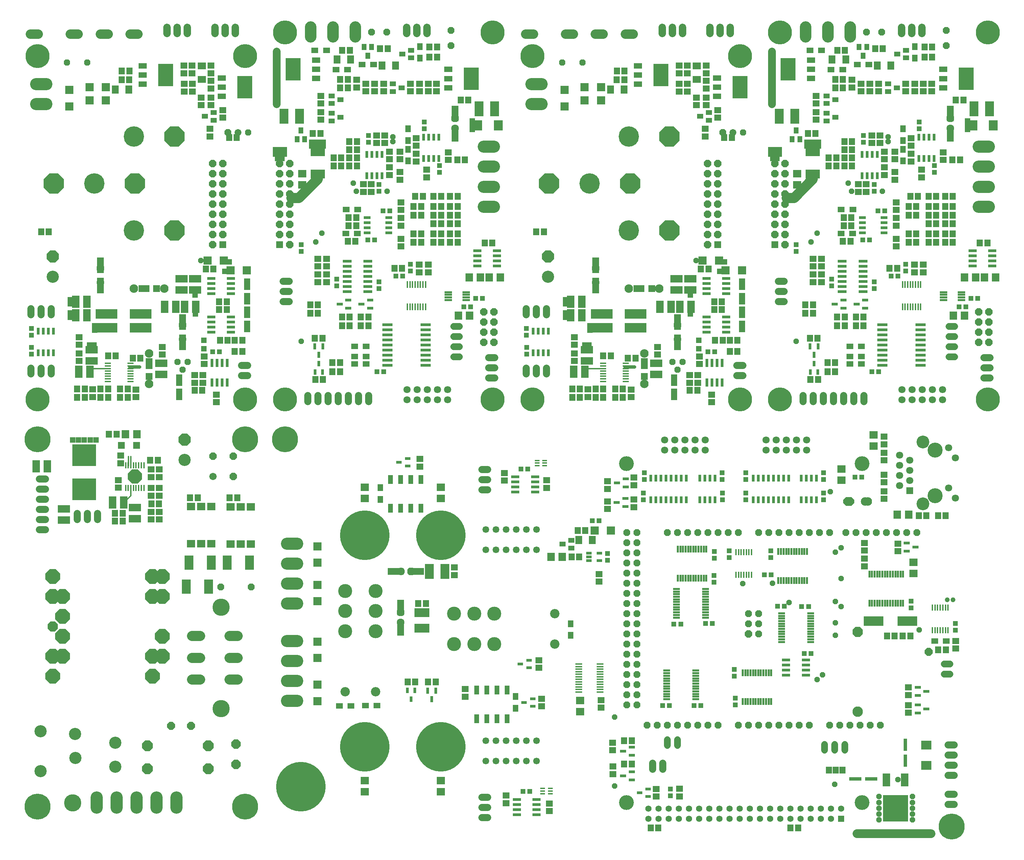
<source format=gts>
G75*
G70*
%OFA0B0*%
%FSLAX24Y24*%
%IPPOS*%
%LPD*%
%AMOC8*
5,1,8,0,0,1.08239X$1,22.5*
%
%ADD10C,0.1000*%
%ADD11C,0.0760*%
%ADD12C,0.0120*%
%ADD13C,0.0320*%
%ADD14C,0.0140*%
%ADD15C,0.0860*%
%ADD16R,0.0661X0.0819*%
%ADD17R,0.0512X0.0472*%
%ADD18R,0.0693X0.0614*%
%ADD19R,0.0614X0.0693*%
%ADD20R,0.0756X0.0835*%
%ADD21R,0.0718X0.0228*%
%ADD22R,0.0165X0.0657*%
%ADD23R,0.1044X0.0264*%
%ADD24C,0.0712*%
%ADD25R,0.0472X0.0512*%
%ADD26C,0.1200*%
%ADD27OC8,0.0712*%
%ADD28C,0.0672*%
%ADD29C,0.0712*%
%ADD30C,0.1134*%
%ADD31R,0.0567X0.0685*%
%ADD32R,0.0685X0.0567*%
%ADD33OC8,0.0672*%
%ADD34R,0.0898X0.1488*%
%ADD35R,0.0913X0.0283*%
%ADD36R,0.0840X0.0540*%
%ADD37R,0.1450X0.2200*%
%ADD38OC8,0.0523*%
%ADD39R,0.0283X0.0657*%
%ADD40R,0.0472X0.0630*%
%ADD41R,0.0657X0.0283*%
%ADD42R,0.0630X0.0472*%
%ADD43R,0.1402X0.0850*%
%ADD44R,0.0644X0.0264*%
%ADD45R,0.0264X0.0644*%
%ADD46R,0.0264X0.0564*%
%ADD47R,0.0835X0.0756*%
%ADD48OC8,0.0756*%
%ADD49C,0.0756*%
%ADD50R,0.0661X0.1528*%
%ADD51C,0.0720*%
%ADD52R,0.0712X0.0712*%
%ADD53R,0.0824X0.0264*%
%ADD54R,0.0850X0.1008*%
%ADD55R,0.2126X0.0945*%
%ADD56R,0.0756X0.1189*%
%ADD57R,0.0618X0.0618*%
%ADD58C,0.0921*%
%ADD59R,0.1189X0.0756*%
%ADD60OC8,0.0624*%
%ADD61R,0.0843X0.0803*%
%ADD62R,0.0819X0.0661*%
%ADD63R,0.0803X0.0843*%
%ADD64OC8,0.0840*%
%ADD65OC8,0.0780*%
%ADD66C,0.2010*%
%ADD67OC8,0.2010*%
%ADD68R,0.0264X0.0824*%
%ADD69R,0.0567X0.0567*%
%ADD70C,0.1200*%
%ADD71OC8,0.1200*%
%ADD72C,0.0840*%
%ADD73R,0.0661X0.0661*%
%ADD74R,0.0709X0.1063*%
%ADD75R,0.1063X0.0709*%
%ADD76R,0.0614X0.1126*%
%ADD77C,0.0618*%
%ADD78OC8,0.0618*%
%ADD79R,0.0588X0.0168*%
%ADD80C,0.0672*%
%ADD81C,0.0720*%
%ADD82OC8,0.0720*%
%ADD83R,0.0168X0.0588*%
%ADD84R,0.0960X0.0960*%
%ADD85OC8,0.1381*%
%ADD86R,0.2365X0.2169*%
%ADD87OC8,0.0792*%
%ADD88OC8,0.1450*%
%ADD89OC8,0.1032*%
%ADD90OC8,0.1062*%
%ADD91R,0.0756X0.0836*%
%ADD92C,0.0990*%
%ADD93R,0.0850X0.1402*%
%ADD94OC8,0.0912*%
%ADD95C,0.1702*%
%ADD96R,0.0820X0.0718*%
%ADD97R,0.0472X0.0866*%
%ADD98R,0.0658X0.0168*%
%ADD99R,0.0564X0.0264*%
%ADD100R,0.1008X0.0850*%
%ADD101C,0.4885*%
%ADD102C,0.1460*%
%ADD103R,0.2483X0.2641*%
%ADD104R,0.0756X0.1307*%
%ADD105R,0.1190X0.0360*%
%ADD106R,0.0288X0.0658*%
%ADD107C,0.0476*%
%ADD108R,0.0168X0.0608*%
%ADD109R,0.0204X0.0684*%
%ADD110R,0.1929X0.0945*%
%ADD111R,0.0488X0.0168*%
%ADD112C,0.1480*%
%ADD113C,0.1263*%
%ADD114R,0.1488X0.0898*%
%ADD115R,0.0684X0.0204*%
%ADD116R,0.0360X0.1190*%
%ADD117R,0.1528X0.0661*%
%ADD118C,0.1032*%
%ADD119OC8,0.0665*%
%ADD120C,0.0665*%
%ADD121R,0.0544X0.0264*%
%ADD122C,0.1381*%
%ADD123C,0.0921*%
%ADD124OC8,0.0523*%
%ADD125R,0.0523X0.0523*%
%ADD126C,0.2365*%
%ADD127C,0.2562*%
%ADD128C,0.1700*%
D10*
X030442Y066851D02*
X031167Y066851D01*
X033017Y068701D01*
X033017Y069051D01*
X079261Y066851D02*
X079986Y066851D01*
X081836Y068701D01*
X081836Y069051D01*
D11*
X077786Y076126D02*
X077786Y081301D01*
X028967Y081301D02*
X028967Y076126D01*
D12*
X012307Y050026D02*
X010757Y050026D01*
X014607Y038219D02*
X014607Y037469D01*
X014207Y037069D01*
X059576Y050026D02*
X061126Y050026D01*
D13*
X063326Y050176D02*
X064276Y050176D01*
X015457Y050176D02*
X014507Y050176D01*
D14*
X014582Y041344D02*
X014582Y040394D01*
X014357Y040419D02*
X014357Y041344D01*
D15*
X086206Y004150D02*
X093481Y004150D01*
D16*
X060100Y033100D03*
X058761Y033100D03*
X061882Y077551D03*
X063221Y077551D03*
X083741Y080526D03*
X085080Y080526D03*
X088191Y079926D03*
X089530Y079926D03*
X040711Y079926D03*
X039373Y079926D03*
X036261Y080526D03*
X034923Y080526D03*
X014402Y077551D03*
X013063Y077551D03*
D17*
X031392Y062261D03*
X031392Y061592D03*
X037957Y062726D03*
X038626Y062726D03*
X039457Y065576D03*
X040126Y065576D03*
X040732Y059151D03*
X041401Y059151D03*
X047432Y056126D03*
X048101Y056126D03*
X048607Y056951D03*
X049276Y056951D03*
X039526Y049701D03*
X038857Y049701D03*
X053071Y040125D03*
X053740Y040125D03*
X071492Y051676D03*
X072161Y051676D03*
X080211Y061592D03*
X080211Y062261D03*
X086776Y062726D03*
X087445Y062726D03*
X088276Y065576D03*
X088945Y065576D03*
X089551Y059151D03*
X090220Y059151D03*
X096251Y056126D03*
X096920Y056126D03*
X097426Y056951D03*
X098095Y056951D03*
X088345Y049701D03*
X087676Y049701D03*
X077740Y029675D03*
X077071Y029675D03*
X078371Y026575D03*
X079040Y026575D03*
X080746Y026550D03*
X081415Y026550D03*
X081665Y021925D03*
X080996Y021925D03*
X071940Y024875D03*
X071271Y024875D03*
X068815Y024825D03*
X068146Y024825D03*
X067690Y016775D03*
X067021Y016775D03*
X070121Y016775D03*
X070790Y016775D03*
X053940Y008300D03*
X053271Y008300D03*
X023342Y051676D03*
X022673Y051676D03*
D18*
X021832Y051225D03*
X021832Y050477D03*
X021682Y049375D03*
X021682Y048627D03*
X020882Y048627D03*
X020882Y049375D03*
X023032Y047450D03*
X023032Y046702D03*
X017707Y051402D03*
X017707Y052150D03*
X015107Y047950D03*
X015107Y047202D03*
X010832Y047227D03*
X010832Y047975D03*
X009507Y050777D03*
X009507Y051525D03*
X009507Y052377D03*
X009507Y053125D03*
X013582Y041443D03*
X013582Y040695D03*
X013357Y039018D03*
X013357Y038270D03*
X016607Y038243D03*
X016607Y037495D03*
X017382Y037495D03*
X017382Y038243D03*
X017382Y039320D03*
X017382Y040068D03*
X016607Y040068D03*
X016607Y039320D03*
X016607Y035893D03*
X016607Y035145D03*
X017382Y035145D03*
X017382Y035893D03*
X043081Y040351D03*
X043081Y041099D03*
X051431Y039724D03*
X051431Y038976D03*
X055606Y038999D03*
X055606Y038251D03*
X061606Y038151D03*
X061606Y038899D03*
X061606Y036924D03*
X061606Y036176D03*
X064206Y036351D03*
X064206Y037099D03*
X064206Y038526D03*
X064206Y039274D03*
X071851Y046702D03*
X071851Y047450D03*
X070501Y048627D03*
X070501Y049375D03*
X069701Y049375D03*
X069701Y048627D03*
X070651Y050477D03*
X070651Y051225D03*
X066526Y051402D03*
X066526Y052150D03*
X063926Y047950D03*
X063926Y047202D03*
X059651Y047227D03*
X059651Y047975D03*
X058326Y050777D03*
X058326Y051525D03*
X058326Y052377D03*
X058326Y053125D03*
X043917Y059527D03*
X043917Y060275D03*
X043042Y060275D03*
X043042Y059527D03*
X041242Y062077D03*
X041242Y062825D03*
X041242Y064127D03*
X041242Y064875D03*
X041242Y065672D03*
X041242Y066420D03*
X041117Y068652D03*
X041117Y069400D03*
X040092Y069127D03*
X040092Y069875D03*
X040092Y070677D03*
X040092Y071425D03*
X039636Y072271D03*
X039636Y073019D03*
X038830Y073025D03*
X038830Y072277D03*
X041118Y071429D03*
X041118Y070681D03*
X042717Y070452D03*
X042717Y071200D03*
X042717Y072002D03*
X042717Y072750D03*
X045892Y071350D03*
X045892Y070602D03*
X043760Y069646D03*
X043760Y068898D03*
X038292Y068200D03*
X038292Y067452D03*
X037523Y067452D03*
X037523Y068200D03*
X033342Y074577D03*
X033342Y075325D03*
X033342Y076177D03*
X033342Y076925D03*
X036867Y077752D03*
X036867Y078500D03*
X037767Y078125D03*
X037767Y077377D03*
X038642Y077377D03*
X038642Y078125D03*
X039517Y078125D03*
X039517Y077377D03*
X042167Y077377D03*
X042167Y078125D03*
X043067Y078125D03*
X043067Y077377D03*
X043917Y077377D03*
X043917Y078125D03*
X044742Y078125D03*
X044742Y077377D03*
X033892Y060850D03*
X033892Y060102D03*
X033892Y059300D03*
X033892Y058552D03*
X033042Y058552D03*
X033042Y059300D03*
X033042Y060102D03*
X033042Y060850D03*
X022407Y072927D03*
X022407Y073675D03*
X023657Y074777D03*
X023657Y075525D03*
X022507Y076002D03*
X022507Y076750D03*
X022507Y077652D03*
X022507Y078400D03*
X022507Y079152D03*
X022507Y079900D03*
X020632Y079900D03*
X020632Y079152D03*
X019832Y079152D03*
X019832Y079900D03*
X019857Y078100D03*
X019857Y077352D03*
X020657Y077352D03*
X020657Y078100D03*
X021532Y076750D03*
X021532Y076002D03*
X068676Y077352D03*
X068676Y078100D03*
X069476Y078100D03*
X069476Y077352D03*
X070351Y076750D03*
X070351Y076002D03*
X071326Y076002D03*
X071326Y076750D03*
X071326Y077652D03*
X071326Y078400D03*
X071326Y079152D03*
X071326Y079900D03*
X069451Y079900D03*
X069451Y079152D03*
X068651Y079152D03*
X068651Y079900D03*
X072476Y075525D03*
X072476Y074777D03*
X071226Y073675D03*
X071226Y072927D03*
X082161Y074577D03*
X082161Y075325D03*
X082161Y076177D03*
X082161Y076925D03*
X085686Y077752D03*
X085686Y078500D03*
X086586Y078125D03*
X086586Y077377D03*
X087461Y077377D03*
X087461Y078125D03*
X088336Y078125D03*
X088336Y077377D03*
X090986Y077377D03*
X090986Y078125D03*
X091886Y078125D03*
X091886Y077377D03*
X092736Y077377D03*
X092736Y078125D03*
X093561Y078125D03*
X093561Y077377D03*
X091536Y072750D03*
X091536Y072002D03*
X091536Y071200D03*
X091536Y070452D03*
X092579Y069646D03*
X092579Y068898D03*
X089936Y068652D03*
X089936Y069400D03*
X088911Y069127D03*
X088911Y069875D03*
X088911Y070677D03*
X088911Y071425D03*
X088455Y072271D03*
X088455Y073019D03*
X087649Y073025D03*
X087649Y072277D03*
X089937Y071429D03*
X089937Y070681D03*
X087111Y068200D03*
X087111Y067452D03*
X086342Y067452D03*
X086342Y068200D03*
X090061Y066420D03*
X090061Y065672D03*
X090061Y064875D03*
X090061Y064127D03*
X090061Y062825D03*
X090061Y062077D03*
X091861Y060275D03*
X091861Y059527D03*
X092736Y059527D03*
X092736Y060275D03*
X082711Y060102D03*
X082711Y060850D03*
X081861Y060850D03*
X081861Y060102D03*
X081861Y059300D03*
X081861Y058552D03*
X082711Y058552D03*
X082711Y059300D03*
X094711Y070602D03*
X094711Y071350D03*
X088856Y043299D03*
X088856Y042551D03*
X088856Y041724D03*
X088856Y040976D03*
X088856Y039549D03*
X088856Y038801D03*
X088856Y037924D03*
X088856Y037176D03*
X090231Y032749D03*
X090231Y032001D03*
X086931Y032076D03*
X086931Y032824D03*
X086931Y031274D03*
X086931Y030526D03*
X095931Y023149D03*
X095931Y022401D03*
X091256Y018574D03*
X091256Y017826D03*
X091256Y016824D03*
X091256Y016076D03*
X068706Y008574D03*
X068706Y007826D03*
X066406Y007801D03*
X066406Y008549D03*
X062131Y010026D03*
X062131Y010774D03*
X062106Y012376D03*
X062106Y013124D03*
X060956Y016578D03*
X060956Y017326D03*
X055081Y017449D03*
X055081Y016701D03*
X054831Y020501D03*
X054831Y021249D03*
X047556Y018399D03*
X047556Y017651D03*
X051581Y007899D03*
X051581Y007151D03*
X055856Y007124D03*
X055856Y006376D03*
X060756Y029001D03*
X060756Y029749D03*
X046481Y029651D03*
X046481Y030399D03*
D19*
X043680Y026850D03*
X042932Y026850D03*
X042630Y019125D03*
X041882Y019125D03*
X043907Y019110D03*
X044655Y019110D03*
X058057Y031450D03*
X058805Y031450D03*
X058657Y034050D03*
X059405Y034050D03*
X058875Y047176D03*
X058127Y047176D03*
X058127Y048001D03*
X058875Y048001D03*
X060427Y048001D03*
X061175Y048001D03*
X061175Y047176D03*
X060427Y047176D03*
X062352Y047176D03*
X063100Y047176D03*
X063100Y048001D03*
X062352Y048001D03*
X063602Y051051D03*
X064350Y051051D03*
X061925Y051276D03*
X061177Y051276D03*
X069702Y047876D03*
X070450Y047876D03*
X073652Y051726D03*
X074400Y051726D03*
X074400Y052826D03*
X073652Y052826D03*
X072950Y052826D03*
X072202Y052826D03*
X072127Y055851D03*
X072875Y055851D03*
X072875Y056626D03*
X072127Y056626D03*
X071550Y059851D03*
X070802Y059851D03*
X081112Y056326D03*
X081860Y056326D03*
X081860Y055476D03*
X081112Y055476D03*
X081562Y053026D03*
X082310Y053026D03*
X084237Y054251D03*
X084985Y054251D03*
X084985Y055101D03*
X084237Y055101D03*
X086087Y055101D03*
X086835Y055101D03*
X086835Y054251D03*
X086087Y054251D03*
X084035Y050601D03*
X083287Y050601D03*
X083287Y049726D03*
X084035Y049726D03*
X082360Y048951D03*
X081612Y048951D03*
X089412Y059926D03*
X090160Y059926D03*
X091287Y062476D03*
X092035Y062476D03*
X092035Y063326D03*
X091287Y063326D03*
X091287Y065151D03*
X092035Y065151D03*
X092035Y066001D03*
X091287Y066001D03*
X091462Y067001D03*
X092210Y067001D03*
X093262Y067001D03*
X094010Y067001D03*
X094887Y067001D03*
X095635Y067001D03*
X095635Y066001D03*
X094887Y066001D03*
X094887Y065151D03*
X095635Y065151D03*
X095635Y064306D03*
X094887Y064306D03*
X094010Y064306D03*
X093262Y064306D03*
X093262Y065151D03*
X094010Y065151D03*
X094010Y066002D03*
X093262Y066002D03*
X093262Y063326D03*
X094010Y063326D03*
X094010Y062476D03*
X093262Y062476D03*
X094887Y062476D03*
X095635Y062476D03*
X095635Y063326D03*
X094887Y063326D03*
X098312Y062401D03*
X099060Y062401D03*
X096360Y070601D03*
X095612Y070601D03*
X095937Y076501D03*
X096685Y076501D03*
X093610Y080751D03*
X092862Y080751D03*
X092862Y081751D03*
X093610Y081751D03*
X088735Y081576D03*
X087987Y081576D03*
X085010Y081426D03*
X084262Y081426D03*
X084062Y078551D03*
X084810Y078551D03*
X084810Y077726D03*
X084062Y077726D03*
X082110Y073201D03*
X081362Y073201D03*
X083412Y070826D03*
X084160Y070826D03*
X084962Y070826D03*
X085710Y070826D03*
X085710Y071626D03*
X084962Y071626D03*
X084962Y072426D03*
X085710Y072426D03*
X085710Y070001D03*
X084962Y070001D03*
X084160Y070001D03*
X083412Y070001D03*
X084887Y064901D03*
X085635Y064901D03*
X085635Y064126D03*
X084887Y064126D03*
X084812Y062576D03*
X085560Y062576D03*
X073850Y072826D03*
X073102Y072826D03*
X063250Y078501D03*
X062502Y078501D03*
X062527Y079376D03*
X063275Y079376D03*
X047866Y076501D03*
X047118Y076501D03*
X044791Y080751D03*
X044043Y080751D03*
X044043Y081751D03*
X044791Y081751D03*
X039916Y081576D03*
X039168Y081576D03*
X036191Y081426D03*
X035443Y081426D03*
X035243Y078551D03*
X035991Y078551D03*
X035991Y077726D03*
X035243Y077726D03*
X033291Y073201D03*
X032543Y073201D03*
X034593Y070826D03*
X035341Y070826D03*
X036143Y070826D03*
X036891Y070826D03*
X036891Y071626D03*
X036143Y071626D03*
X036143Y072426D03*
X036891Y072426D03*
X036891Y070001D03*
X036143Y070001D03*
X035341Y070001D03*
X034593Y070001D03*
X036068Y064901D03*
X036816Y064901D03*
X036816Y064126D03*
X036068Y064126D03*
X035993Y062576D03*
X036741Y062576D03*
X040593Y059926D03*
X041341Y059926D03*
X042468Y062476D03*
X043216Y062476D03*
X043216Y063326D03*
X042468Y063326D03*
X042468Y065151D03*
X043216Y065151D03*
X043216Y066001D03*
X042468Y066001D03*
X042643Y067001D03*
X043391Y067001D03*
X044443Y067001D03*
X045191Y067001D03*
X046068Y067001D03*
X046816Y067001D03*
X046816Y066001D03*
X046068Y066001D03*
X046068Y065151D03*
X046816Y065151D03*
X046816Y064306D03*
X046068Y064306D03*
X045191Y064306D03*
X044443Y064306D03*
X044443Y065151D03*
X045191Y065151D03*
X045191Y066002D03*
X044443Y066002D03*
X044443Y063326D03*
X045191Y063326D03*
X045191Y062476D03*
X044443Y062476D03*
X046068Y062476D03*
X046816Y062476D03*
X046816Y063326D03*
X046068Y063326D03*
X049493Y062401D03*
X050241Y062401D03*
X054577Y063526D03*
X055325Y063526D03*
X047541Y070601D03*
X046793Y070601D03*
X033041Y056326D03*
X032293Y056326D03*
X032293Y055476D03*
X033041Y055476D03*
X035418Y055101D03*
X036166Y055101D03*
X036166Y054251D03*
X035418Y054251D03*
X037268Y054251D03*
X038016Y054251D03*
X038016Y055101D03*
X037268Y055101D03*
X033491Y053026D03*
X032743Y053026D03*
X034468Y050601D03*
X035216Y050601D03*
X035216Y049726D03*
X034468Y049726D03*
X033541Y048951D03*
X032793Y048951D03*
X025581Y051726D03*
X024833Y051726D03*
X024833Y052826D03*
X024131Y052826D03*
X023383Y052826D03*
X025581Y052826D03*
X024056Y055851D03*
X023308Y055851D03*
X023308Y056626D03*
X024056Y056626D03*
X022731Y059851D03*
X021983Y059851D03*
X015531Y051051D03*
X014783Y051051D03*
X013106Y051276D03*
X012358Y051276D03*
X012356Y048001D03*
X011608Y048001D03*
X011608Y047176D03*
X012356Y047176D03*
X013533Y047176D03*
X014281Y047176D03*
X014281Y048001D03*
X013533Y048001D03*
X010056Y048001D03*
X009308Y048001D03*
X009308Y047176D03*
X010056Y047176D03*
X012433Y043544D03*
X013181Y043544D03*
X016508Y040969D03*
X017256Y040969D03*
X017371Y036694D03*
X016623Y036694D03*
X013781Y035744D03*
X013033Y035744D03*
X013033Y034969D03*
X013781Y034969D03*
X020433Y037294D03*
X021181Y037294D03*
X024333Y037294D03*
X025081Y037294D03*
X021631Y047876D03*
X020883Y047876D03*
X006506Y063526D03*
X005758Y063526D03*
X013683Y078501D03*
X014431Y078501D03*
X014456Y079376D03*
X013708Y079376D03*
X024283Y072826D03*
X025031Y072826D03*
X089157Y023650D03*
X089905Y023650D03*
X090707Y023650D03*
X091455Y023650D03*
X094207Y022275D03*
X094955Y022275D03*
X084775Y010400D03*
X084106Y010400D03*
X083436Y010400D03*
X080380Y004700D03*
X079632Y004700D03*
X066605Y004725D03*
X065857Y004725D03*
X063980Y011000D03*
X063232Y011000D03*
X063232Y013325D03*
X063980Y013325D03*
X092282Y035525D03*
X093030Y035525D03*
X094182Y035525D03*
X094930Y035525D03*
D20*
X091282Y035600D03*
X090179Y035600D03*
X095710Y055251D03*
X096812Y055251D03*
X096785Y059001D03*
X097887Y059001D03*
X098760Y059001D03*
X099862Y059001D03*
X051043Y059001D03*
X049941Y059001D03*
X049068Y059001D03*
X047966Y059001D03*
X047993Y055251D03*
X046891Y055251D03*
D21*
X047672Y056796D03*
X047672Y057046D03*
X047672Y057306D03*
X047672Y057556D03*
X045912Y057556D03*
X045912Y057306D03*
X045912Y057046D03*
X045912Y056796D03*
X094731Y056796D03*
X094731Y057046D03*
X094731Y057306D03*
X094731Y057556D03*
X096491Y057556D03*
X096491Y057306D03*
X096491Y057046D03*
X096491Y056796D03*
D22*
X092472Y056124D03*
X092216Y056124D03*
X091960Y056124D03*
X091704Y056124D03*
X091448Y056124D03*
X091192Y056124D03*
X090936Y056124D03*
X090680Y056124D03*
X090680Y058329D03*
X090936Y058329D03*
X091192Y058329D03*
X091448Y058329D03*
X091704Y058329D03*
X091960Y058329D03*
X092216Y058329D03*
X092472Y058329D03*
X043653Y058329D03*
X043397Y058329D03*
X043141Y058329D03*
X042885Y058329D03*
X042629Y058329D03*
X042373Y058329D03*
X042117Y058329D03*
X041861Y058329D03*
X041861Y056124D03*
X042117Y056124D03*
X042373Y056124D03*
X042629Y056124D03*
X042885Y056124D03*
X043141Y056124D03*
X043397Y056124D03*
X043653Y056124D03*
D23*
X043647Y054351D03*
X043647Y053851D03*
X043647Y053351D03*
X043647Y052851D03*
X043647Y052351D03*
X043647Y051851D03*
X043647Y051351D03*
X043647Y050851D03*
X043647Y050351D03*
X039887Y050351D03*
X039887Y050851D03*
X039887Y051351D03*
X039887Y051851D03*
X039887Y052351D03*
X039887Y052851D03*
X039887Y053351D03*
X039887Y053851D03*
X039887Y054351D03*
X088706Y054351D03*
X088706Y053851D03*
X088706Y053351D03*
X088706Y052851D03*
X088706Y052351D03*
X088706Y051851D03*
X088706Y051351D03*
X088706Y050851D03*
X088706Y050351D03*
X092466Y050351D03*
X092466Y050851D03*
X092466Y051351D03*
X092466Y051851D03*
X092466Y052351D03*
X092466Y052851D03*
X092466Y053351D03*
X092466Y053851D03*
X092466Y054351D03*
D24*
X092636Y047951D03*
X093636Y047951D03*
X094636Y047951D03*
X094636Y046951D03*
X093636Y046951D03*
X092636Y046951D03*
X091636Y046951D03*
X091636Y047951D03*
X090636Y047951D03*
X090636Y046951D03*
X095236Y042215D03*
X095906Y041215D03*
X095236Y038235D03*
X095906Y037235D03*
X091406Y038975D03*
X090406Y038475D03*
X090406Y039475D03*
X090406Y040475D03*
X090406Y041475D03*
X091406Y040975D03*
X091406Y039975D03*
X081231Y041975D03*
X081231Y042975D03*
X080231Y042975D03*
X080231Y041975D03*
X079231Y041975D03*
X079231Y042975D03*
X078231Y042975D03*
X078231Y041975D03*
X077231Y041975D03*
X077231Y042975D03*
X071231Y042975D03*
X071231Y041975D03*
X070231Y041975D03*
X070231Y042975D03*
X069231Y042975D03*
X069231Y041975D03*
X068231Y041975D03*
X068231Y042975D03*
X067231Y042975D03*
X067231Y041975D03*
X045817Y046951D03*
X045817Y047951D03*
X044817Y047951D03*
X044817Y046951D03*
X043817Y046951D03*
X043817Y047951D03*
X042817Y047951D03*
X042817Y046951D03*
X041817Y046951D03*
X041817Y047951D03*
D25*
X053626Y051442D03*
X053626Y052111D03*
X053601Y053317D03*
X053601Y053986D03*
X042167Y059642D03*
X042167Y060311D03*
X039067Y058586D03*
X039067Y057917D03*
X034892Y058167D03*
X034892Y058836D03*
X039067Y067517D03*
X039067Y068186D03*
X038017Y072342D03*
X038017Y073011D03*
X043517Y073667D03*
X043517Y074336D03*
X045017Y070061D03*
X045017Y069392D03*
X065231Y039760D03*
X065231Y039091D03*
X065131Y037760D03*
X065131Y037091D03*
X060765Y035000D03*
X060096Y035000D03*
X061581Y031785D03*
X061581Y031116D03*
X072131Y031311D03*
X072131Y031980D03*
X073581Y032035D03*
X073581Y031366D03*
X072106Y029615D03*
X072106Y028946D03*
X077681Y031366D03*
X077681Y032035D03*
X075231Y037091D03*
X075231Y037760D03*
X075231Y039091D03*
X075231Y039760D03*
X072906Y039760D03*
X072906Y039091D03*
X072931Y037760D03*
X072931Y037091D03*
X082906Y037091D03*
X082906Y037760D03*
X082906Y039091D03*
X082906Y039760D03*
X085996Y039300D03*
X086665Y039300D03*
X091531Y027085D03*
X091531Y026416D03*
X095906Y024885D03*
X095906Y024216D03*
X074106Y020360D03*
X074106Y019691D03*
X074181Y017510D03*
X074181Y016841D03*
X067806Y008535D03*
X067806Y007866D03*
X083711Y058167D03*
X083711Y058836D03*
X087886Y058586D03*
X087886Y057917D03*
X090986Y059642D03*
X090986Y060311D03*
X087886Y067517D03*
X087886Y068186D03*
X086836Y072342D03*
X086836Y073011D03*
X092336Y073667D03*
X092336Y074336D03*
X093836Y070061D03*
X093836Y069392D03*
X004782Y053986D03*
X004782Y053317D03*
X004807Y052111D03*
X004807Y051442D03*
D26*
X029981Y032750D02*
X030981Y032750D01*
X030981Y030782D02*
X029981Y030782D01*
X029981Y028813D02*
X030981Y028813D01*
X030981Y026845D02*
X029981Y026845D01*
X029981Y023150D02*
X030981Y023150D01*
X030981Y021182D02*
X029981Y021182D01*
X029981Y019213D02*
X030981Y019213D01*
X030981Y017245D02*
X029981Y017245D01*
X019111Y007726D02*
X019111Y006726D01*
X017142Y006726D02*
X017142Y007726D01*
X015174Y007726D02*
X015174Y006726D01*
X013205Y006726D02*
X013205Y007726D01*
X011237Y007726D02*
X011237Y006726D01*
X049392Y065996D02*
X050392Y065996D01*
X050392Y067964D02*
X049392Y067964D01*
X049392Y069933D02*
X050392Y069933D01*
X050392Y071901D02*
X049392Y071901D01*
X054096Y076104D02*
X055096Y076104D01*
X055096Y078073D02*
X054096Y078073D01*
X098211Y071901D02*
X099211Y071901D01*
X099211Y069933D02*
X098211Y069933D01*
X098211Y067964D02*
X099211Y067964D01*
X099211Y065996D02*
X098211Y065996D01*
X006277Y076104D02*
X005277Y076104D01*
X005277Y078073D02*
X006277Y078073D01*
D27*
X022657Y070251D03*
X022657Y069251D03*
X022657Y068251D03*
X022657Y067251D03*
X023657Y067251D03*
X023657Y068251D03*
X023657Y069251D03*
X023657Y070251D03*
X023657Y066251D03*
X022657Y066251D03*
X022657Y065251D03*
X022657Y064251D03*
X022657Y063251D03*
X022657Y062251D03*
X023657Y063251D03*
X023657Y064251D03*
X023657Y065251D03*
X029267Y065251D03*
X030267Y065251D03*
X030267Y064251D03*
X030267Y063251D03*
X030267Y062251D03*
X029267Y063251D03*
X029267Y064251D03*
X029267Y066251D03*
X030267Y066251D03*
X030267Y067251D03*
X030267Y068251D03*
X030267Y069251D03*
X030267Y070251D03*
X029267Y070251D03*
X029267Y069251D03*
X029267Y068251D03*
X029267Y067251D03*
X049392Y055626D03*
X050392Y055626D03*
X050392Y054626D03*
X050392Y053626D03*
X049392Y053626D03*
X049392Y054626D03*
X049392Y052626D03*
X050392Y052626D03*
X071476Y062251D03*
X071476Y063251D03*
X071476Y064251D03*
X071476Y065251D03*
X071476Y066251D03*
X072476Y066251D03*
X072476Y065251D03*
X072476Y064251D03*
X072476Y063251D03*
X072476Y067251D03*
X071476Y067251D03*
X071476Y068251D03*
X071476Y069251D03*
X071476Y070251D03*
X072476Y070251D03*
X072476Y069251D03*
X072476Y068251D03*
X078086Y068251D03*
X079086Y068251D03*
X079086Y067251D03*
X078086Y067251D03*
X078086Y066251D03*
X079086Y066251D03*
X079086Y065251D03*
X079086Y064251D03*
X079086Y063251D03*
X079086Y062251D03*
X078086Y063251D03*
X078086Y064251D03*
X078086Y065251D03*
X078086Y069251D03*
X079086Y069251D03*
X079086Y070251D03*
X078086Y070251D03*
X098211Y055626D03*
X099211Y055626D03*
X099211Y054626D03*
X099211Y053626D03*
X098211Y053626D03*
X098211Y054626D03*
X098211Y052626D03*
X099211Y052626D03*
D28*
X095816Y052176D02*
X095256Y052176D01*
X095256Y051176D02*
X095816Y051176D01*
X095816Y053176D02*
X095256Y053176D01*
X095256Y054176D02*
X095816Y054176D01*
X095361Y020875D02*
X094801Y020875D01*
X094801Y019875D02*
X095361Y019875D01*
X084981Y012955D02*
X084981Y012395D01*
X083981Y012395D02*
X083981Y012955D01*
X082981Y012955D02*
X082981Y012395D01*
X068481Y012845D02*
X068481Y013405D01*
X067481Y013405D02*
X067481Y012845D01*
X046997Y051176D02*
X046437Y051176D01*
X046437Y052176D02*
X046997Y052176D01*
X046997Y053176D02*
X046437Y053176D01*
X046437Y054176D02*
X046997Y054176D01*
D29*
X049870Y051101D02*
X050464Y051101D01*
X050464Y050101D02*
X049870Y050101D01*
X049870Y049101D02*
X050464Y049101D01*
X053551Y049504D02*
X053551Y050098D01*
X054551Y050098D02*
X054551Y049504D01*
X055551Y049504D02*
X055551Y050098D01*
X055551Y055354D02*
X055551Y055948D01*
X054551Y055948D02*
X054551Y055354D01*
X053551Y055354D02*
X053551Y055948D01*
X038042Y047373D02*
X038042Y046779D01*
X037042Y046779D02*
X037042Y047373D01*
X036042Y047373D02*
X036042Y046779D01*
X035042Y046779D02*
X035042Y047373D01*
X034042Y047373D02*
X034042Y046779D01*
X033042Y046779D02*
X033042Y047373D01*
X032042Y047373D02*
X032042Y046779D01*
X026104Y049351D02*
X025510Y049351D01*
X025510Y050351D02*
X026104Y050351D01*
X029595Y056651D02*
X030189Y056651D01*
X030189Y057651D02*
X029595Y057651D01*
X029595Y058651D02*
X030189Y058651D01*
X006732Y055948D02*
X006732Y055354D01*
X005732Y055354D02*
X005732Y055948D01*
X004732Y055948D02*
X004732Y055354D01*
X004732Y050098D02*
X004732Y049504D01*
X005732Y049504D02*
X005732Y050098D01*
X006732Y050098D02*
X006732Y049504D01*
X006154Y039144D02*
X005560Y039144D01*
X005560Y038144D02*
X006154Y038144D01*
X006154Y037144D02*
X005560Y037144D01*
X005560Y036144D02*
X006154Y036144D01*
X006154Y035144D02*
X005560Y035144D01*
X005560Y034144D02*
X006154Y034144D01*
X009307Y035147D02*
X009307Y035741D01*
X010307Y035741D02*
X010307Y035147D01*
X011307Y035147D02*
X011307Y035741D01*
X049184Y038075D02*
X049777Y038075D01*
X049777Y039075D02*
X049184Y039075D01*
X049184Y040075D02*
X049777Y040075D01*
X074329Y049351D02*
X074923Y049351D01*
X074923Y050351D02*
X074329Y050351D01*
X080861Y047373D02*
X080861Y046779D01*
X081861Y046779D02*
X081861Y047373D01*
X082861Y047373D02*
X082861Y046779D01*
X083861Y046779D02*
X083861Y047373D01*
X084861Y047373D02*
X084861Y046779D01*
X085861Y046779D02*
X085861Y047373D01*
X086861Y047373D02*
X086861Y046779D01*
X098689Y049101D02*
X099283Y049101D01*
X099283Y050101D02*
X098689Y050101D01*
X098689Y051101D02*
X099283Y051101D01*
X079008Y056651D02*
X078414Y056651D01*
X078414Y057651D02*
X079008Y057651D01*
X079008Y058651D02*
X078414Y058651D01*
X095158Y012925D02*
X095752Y012925D01*
X095752Y011925D02*
X095158Y011925D01*
X095158Y010925D02*
X095752Y010925D01*
X095752Y009925D02*
X095158Y009925D01*
X095159Y008050D02*
X095752Y008050D01*
X095752Y007050D02*
X095159Y007050D01*
X067031Y010528D02*
X067031Y011122D01*
X066031Y011122D02*
X066031Y010528D01*
X049777Y007750D02*
X049184Y007750D01*
X049184Y006750D02*
X049777Y006750D01*
X049777Y005750D02*
X049184Y005750D01*
D30*
X036716Y082755D02*
X036716Y083700D01*
X034516Y083700D02*
X034516Y082755D01*
X032316Y082755D02*
X032316Y083700D01*
X081135Y083700D02*
X081135Y082755D01*
X083335Y082755D02*
X083335Y083700D01*
X085535Y083700D02*
X085535Y082755D01*
D31*
X091911Y081797D03*
X091911Y080655D03*
X090736Y073672D03*
X090736Y072530D03*
X090736Y071647D03*
X090736Y070505D03*
X043092Y080655D03*
X043092Y081797D03*
X041917Y073672D03*
X041917Y072530D03*
X041917Y071647D03*
X041917Y070505D03*
X039192Y038270D03*
X039192Y037128D03*
X057956Y024846D03*
X057956Y023704D03*
X052531Y017671D03*
X052531Y016529D03*
D32*
X038876Y016775D03*
X037735Y016775D03*
X036301Y016750D03*
X035160Y016750D03*
X036671Y050476D03*
X036671Y051201D03*
X036671Y052201D03*
X037813Y052201D03*
X037813Y051201D03*
X037813Y050476D03*
X036938Y063351D03*
X035796Y063351D03*
X035821Y065726D03*
X036963Y065726D03*
X035963Y079501D03*
X034821Y079501D03*
X033888Y081426D03*
X032746Y081426D03*
X037396Y080026D03*
X038538Y080026D03*
X081565Y081426D03*
X082707Y081426D03*
X083640Y079501D03*
X084782Y079501D03*
X086215Y080026D03*
X087357Y080026D03*
X085782Y065726D03*
X084640Y065726D03*
X084615Y063351D03*
X085757Y063351D03*
X085490Y052201D03*
X085490Y051201D03*
X085490Y050476D03*
X086632Y050476D03*
X086632Y051201D03*
X086632Y052201D03*
X093860Y023150D03*
X095001Y023150D03*
D33*
X072976Y073326D03*
X087136Y083226D03*
X088636Y083226D03*
X094986Y083376D03*
X094986Y081876D03*
X046167Y081876D03*
X046167Y083376D03*
X039817Y083226D03*
X038317Y083226D03*
X024157Y073326D03*
X023457Y028469D03*
X026457Y028469D03*
D34*
X044038Y030025D03*
X045573Y030025D03*
X031235Y074901D03*
X029699Y074901D03*
X048924Y075651D03*
X050460Y075651D03*
X078518Y074901D03*
X080053Y074901D03*
X097743Y075651D03*
X099278Y075651D03*
D35*
X086784Y060626D03*
X086784Y060126D03*
X086784Y059626D03*
X086784Y059126D03*
X086784Y058626D03*
X086784Y058126D03*
X086784Y057626D03*
X084737Y057626D03*
X084737Y058126D03*
X084737Y058626D03*
X084737Y059126D03*
X084737Y059626D03*
X084737Y060126D03*
X084737Y060626D03*
X037965Y060626D03*
X037965Y060126D03*
X037965Y059626D03*
X037965Y059126D03*
X037965Y058626D03*
X037965Y058126D03*
X037965Y057626D03*
X035918Y057626D03*
X035918Y058126D03*
X035918Y058626D03*
X035918Y059126D03*
X035918Y059626D03*
X035918Y060126D03*
X035918Y060626D03*
D36*
X023572Y076866D03*
X023572Y077776D03*
X023572Y078686D03*
X015772Y078976D03*
X015772Y078066D03*
X015772Y079886D03*
X032852Y079551D03*
X032852Y078641D03*
X032852Y080461D03*
X045882Y079536D03*
X045882Y078626D03*
X045882Y077716D03*
X064591Y078066D03*
X064591Y078976D03*
X064591Y079886D03*
X072391Y078686D03*
X072391Y077776D03*
X072391Y076866D03*
X081671Y078641D03*
X081671Y079551D03*
X081671Y080461D03*
X094701Y079536D03*
X094701Y078626D03*
X094701Y077716D03*
D37*
X096971Y078626D03*
X079401Y079551D03*
X074661Y077776D03*
X066861Y078976D03*
X048152Y078626D03*
X030582Y079551D03*
X025842Y077776D03*
X018042Y078976D03*
D38*
X029267Y068251D03*
X029267Y068251D03*
X078086Y068251D03*
X078086Y068251D03*
D39*
X086688Y069038D03*
X087188Y069038D03*
X087688Y069038D03*
X088188Y069038D03*
X088188Y071164D03*
X087688Y071164D03*
X087188Y071164D03*
X086688Y071164D03*
X092288Y070738D03*
X092788Y070738D03*
X093288Y070738D03*
X093788Y070738D03*
X093788Y072864D03*
X093288Y072864D03*
X092788Y072864D03*
X092288Y072864D03*
X055778Y053714D03*
X055278Y053714D03*
X054778Y053714D03*
X054278Y053714D03*
X054278Y051588D03*
X054778Y051588D03*
X055278Y051588D03*
X055778Y051588D03*
X070704Y039213D03*
X071204Y039213D03*
X071704Y039213D03*
X072204Y039213D03*
X072204Y037087D03*
X071704Y037087D03*
X071204Y037087D03*
X070704Y037087D03*
X080704Y037087D03*
X081204Y037087D03*
X081704Y037087D03*
X082204Y037087D03*
X082204Y039213D03*
X081704Y039213D03*
X081204Y039213D03*
X080704Y039213D03*
X044969Y070738D03*
X044469Y070738D03*
X043969Y070738D03*
X043469Y070738D03*
X043469Y072864D03*
X043969Y072864D03*
X044469Y072864D03*
X044969Y072864D03*
X039369Y071164D03*
X038869Y071164D03*
X038369Y071164D03*
X037869Y071164D03*
X037869Y069038D03*
X038369Y069038D03*
X038869Y069038D03*
X039369Y069038D03*
X006959Y053714D03*
X006459Y053714D03*
X005959Y053714D03*
X005459Y053714D03*
X005459Y051588D03*
X005959Y051588D03*
X006459Y051588D03*
X006959Y051588D03*
D40*
X030993Y072643D03*
X031741Y072643D03*
X031367Y073509D03*
X037967Y080868D03*
X038341Y081734D03*
X037593Y081734D03*
X079812Y072643D03*
X080560Y072643D03*
X080186Y073509D03*
X086786Y080868D03*
X087160Y081734D03*
X086412Y081734D03*
D41*
X086723Y064899D03*
X086723Y064399D03*
X086723Y063899D03*
X086723Y063399D03*
X088849Y063399D03*
X088849Y063899D03*
X088849Y064399D03*
X088849Y064899D03*
X040030Y064899D03*
X040030Y064399D03*
X040030Y063899D03*
X040030Y063399D03*
X037904Y063399D03*
X037904Y063899D03*
X037904Y064399D03*
X037904Y064899D03*
D42*
X034384Y074452D03*
X034384Y075200D03*
X035250Y074826D03*
X034384Y076177D03*
X034384Y076925D03*
X035250Y076551D03*
X040434Y077352D03*
X040434Y078100D03*
X041300Y077726D03*
X042225Y080677D03*
X042225Y081425D03*
X041359Y081051D03*
X022765Y075275D03*
X022765Y074527D03*
X021899Y074901D03*
X070718Y074901D03*
X071584Y074527D03*
X071584Y075275D03*
X083203Y075200D03*
X083203Y074452D03*
X084069Y074826D03*
X083203Y076177D03*
X083203Y076925D03*
X084069Y076551D03*
X089253Y077352D03*
X089253Y078100D03*
X090119Y077726D03*
X091044Y080677D03*
X091044Y081425D03*
X090178Y081051D03*
X058039Y033074D03*
X058039Y032326D03*
X057173Y032700D03*
D43*
X033017Y069224D03*
X033017Y071429D03*
X081836Y071429D03*
X081836Y069224D03*
D44*
X084861Y056776D03*
X084861Y055976D03*
X084011Y056376D03*
X086161Y056376D03*
X087011Y055976D03*
X087011Y056776D03*
X063381Y039150D03*
X063381Y038350D03*
X062531Y038750D03*
X063356Y037225D03*
X063356Y036425D03*
X062506Y036825D03*
X038192Y055976D03*
X038192Y056776D03*
X037342Y056376D03*
X036042Y055976D03*
X036042Y056776D03*
X035192Y056376D03*
X063131Y012275D03*
X063981Y011875D03*
X063981Y012675D03*
X063981Y010250D03*
X063981Y009450D03*
X063131Y009850D03*
X091106Y032000D03*
X091106Y032800D03*
X091956Y032400D03*
X092181Y018575D03*
X092181Y017775D03*
X092181Y016850D03*
X092181Y016050D03*
X093031Y016450D03*
X093031Y018175D03*
D45*
X081961Y051376D03*
X082361Y052226D03*
X081561Y052226D03*
X044656Y018250D03*
X043856Y018250D03*
X044256Y017400D03*
X033142Y051376D03*
X033542Y052226D03*
X032742Y052226D03*
D46*
X033142Y050531D03*
X033512Y049671D03*
X032772Y049671D03*
X041861Y018280D03*
X042601Y018280D03*
X042231Y017420D03*
X081591Y049671D03*
X082331Y049671D03*
X081961Y050531D03*
D47*
X087831Y043476D03*
X087831Y042374D03*
X084656Y040101D03*
X084656Y038999D03*
X091756Y030901D03*
X091756Y029799D03*
X058881Y017275D03*
X058881Y016173D03*
X045156Y009378D03*
X045156Y008275D03*
X037656Y008274D03*
X037656Y009376D03*
X037656Y037224D03*
X037656Y038326D03*
X045177Y038326D03*
X045177Y037224D03*
X031492Y068150D03*
X031492Y069252D03*
X080311Y069252D03*
X080311Y068150D03*
D48*
X095386Y074701D03*
X068501Y054326D03*
X060426Y059926D03*
X046567Y074701D03*
X019682Y054326D03*
X011607Y059926D03*
X042231Y030025D03*
X041206Y025975D03*
D49*
X041206Y024975D03*
X041231Y030025D03*
X019682Y052926D03*
X011607Y058526D03*
X046567Y073701D03*
X060426Y058526D03*
X068501Y052926D03*
X095386Y073701D03*
D50*
X095386Y073178D03*
X095386Y075185D03*
X068501Y054610D03*
X068501Y052603D03*
X060426Y058203D03*
X060426Y060210D03*
X046567Y073178D03*
X046567Y075185D03*
X019682Y054610D03*
X019682Y052603D03*
X011607Y058203D03*
X011607Y060210D03*
X041206Y026459D03*
X041206Y024452D03*
D51*
X041784Y083078D02*
X041784Y083678D01*
X042784Y083678D02*
X042784Y083078D01*
X043784Y083078D02*
X043784Y083678D01*
X024886Y083678D02*
X024886Y083078D01*
X023886Y083078D02*
X023886Y083678D01*
X022886Y083678D02*
X022886Y083078D01*
X020162Y083078D02*
X020162Y083678D01*
X019162Y083678D02*
X019162Y083078D01*
X018162Y083078D02*
X018162Y083678D01*
X066981Y083678D02*
X066981Y083078D01*
X067981Y083078D02*
X067981Y083678D01*
X068981Y083678D02*
X068981Y083078D01*
X071705Y083078D02*
X071705Y083678D01*
X072705Y083678D02*
X072705Y083078D01*
X073705Y083078D02*
X073705Y083678D01*
X090603Y083678D02*
X090603Y083078D01*
X091603Y083078D02*
X091603Y083678D01*
X092603Y083678D02*
X092603Y083078D01*
D52*
X078086Y062251D03*
X072476Y062251D03*
X091406Y037975D03*
X029267Y062251D03*
X023657Y062251D03*
D53*
X024477Y058901D03*
X024477Y058401D03*
X024477Y057901D03*
X024477Y057401D03*
X022537Y057401D03*
X022537Y057901D03*
X022537Y058401D03*
X022537Y058901D03*
X022537Y055101D03*
X022537Y054601D03*
X022537Y054101D03*
X022537Y053601D03*
X024477Y053601D03*
X024477Y054101D03*
X024477Y054601D03*
X024477Y055101D03*
X048772Y060151D03*
X048772Y060651D03*
X048772Y061151D03*
X048772Y061651D03*
X050712Y061651D03*
X050712Y061151D03*
X050712Y060651D03*
X050712Y060151D03*
X071356Y058901D03*
X071356Y058401D03*
X071356Y057901D03*
X071356Y057401D03*
X073296Y057401D03*
X073296Y057901D03*
X073296Y058401D03*
X073296Y058901D03*
X073296Y055101D03*
X073296Y054601D03*
X073296Y054101D03*
X073296Y053601D03*
X071356Y053601D03*
X071356Y054101D03*
X071356Y054601D03*
X071356Y055101D03*
X054451Y039350D03*
X054451Y038850D03*
X054451Y038350D03*
X054451Y037850D03*
X052511Y037850D03*
X052511Y038350D03*
X052511Y038850D03*
X052511Y039350D03*
X079211Y021275D03*
X079211Y020775D03*
X079211Y020275D03*
X079211Y019775D03*
X081151Y019775D03*
X081151Y020275D03*
X081151Y020775D03*
X081151Y021275D03*
X054601Y007500D03*
X054601Y007000D03*
X054601Y006500D03*
X054601Y006000D03*
X052661Y006000D03*
X052661Y006500D03*
X052661Y007000D03*
X052661Y007500D03*
X097591Y060151D03*
X097591Y060651D03*
X097591Y061151D03*
X097591Y061651D03*
X099531Y061651D03*
X099531Y061151D03*
X099531Y060651D03*
X099531Y060151D03*
D54*
X099640Y074026D03*
X097632Y074026D03*
X050821Y074026D03*
X048813Y074026D03*
D55*
X061028Y055415D03*
X061028Y054037D03*
X064374Y054037D03*
X064374Y055415D03*
X015556Y055415D03*
X015556Y054037D03*
X012209Y054037D03*
X012209Y055415D03*
D56*
X010259Y055276D03*
X009156Y055276D03*
X009156Y056626D03*
X010259Y056626D03*
X010559Y049701D03*
X009456Y049701D03*
X017931Y056126D03*
X019034Y056126D03*
X019906Y056126D03*
X021009Y056126D03*
X006359Y040394D03*
X005256Y040394D03*
X012781Y036819D03*
X013884Y036819D03*
X058275Y049701D03*
X059377Y049701D03*
X059077Y055276D03*
X057975Y055276D03*
X057975Y056626D03*
X059077Y056626D03*
X066750Y056126D03*
X067852Y056126D03*
X068725Y056126D03*
X069827Y056126D03*
D57*
X067801Y056126D03*
X066801Y056126D03*
X068401Y057826D03*
X068401Y058826D03*
X059326Y049701D03*
X058326Y049701D03*
X019582Y057826D03*
X019582Y058826D03*
X018982Y056126D03*
X017982Y056126D03*
X010507Y049701D03*
X009507Y049701D03*
X084631Y005625D03*
D58*
X064132Y083000D02*
X063364Y083000D01*
X061179Y083000D02*
X060412Y083000D01*
X058227Y083000D02*
X057459Y083000D01*
X054290Y083000D02*
X053522Y083000D01*
X015313Y083000D02*
X014546Y083000D01*
X012360Y083000D02*
X011593Y083000D01*
X009408Y083000D02*
X008640Y083000D01*
X005471Y083000D02*
X004703Y083000D01*
D59*
X019582Y058877D03*
X019582Y057775D03*
X020932Y057775D03*
X020932Y058877D03*
X017582Y050552D03*
X017582Y049450D03*
X010732Y050775D03*
X010732Y051877D03*
X007982Y036195D03*
X007982Y035093D03*
X015007Y035218D03*
X015007Y036320D03*
X059551Y050775D03*
X059551Y051877D03*
X066401Y050552D03*
X066401Y049450D03*
X068401Y057775D03*
X068401Y058877D03*
X069751Y058877D03*
X069751Y057775D03*
D60*
X069001Y050676D03*
X068501Y049926D03*
X068001Y050676D03*
X074976Y073326D03*
X059126Y080226D03*
X057126Y080226D03*
X026157Y073326D03*
X010307Y080226D03*
X008307Y080226D03*
X019182Y050676D03*
X019682Y049926D03*
X020182Y050676D03*
D61*
X024425Y059701D03*
X023764Y060676D03*
X022150Y060676D03*
X026039Y059701D03*
X012139Y076476D03*
X012139Y077776D03*
X010525Y077776D03*
X010525Y076476D03*
X059344Y076476D03*
X059344Y077776D03*
X060958Y077776D03*
X060958Y076476D03*
X070969Y060676D03*
X072583Y060676D03*
X073244Y059701D03*
X074858Y059701D03*
X061938Y034050D03*
X060323Y034050D03*
D62*
X070401Y078532D03*
X070401Y079870D03*
X021582Y079870D03*
X021582Y078532D03*
D63*
X008532Y077508D03*
X008532Y075894D03*
X057351Y075894D03*
X057351Y077508D03*
X032981Y032482D03*
X032981Y030868D03*
X032981Y028682D03*
X032981Y027068D03*
X032981Y023082D03*
X032981Y021468D03*
X032981Y018832D03*
X032981Y017218D03*
D64*
X085256Y036925D03*
X085506Y036925D03*
X063851Y068276D03*
X015032Y068276D03*
D65*
X015032Y068276D03*
X063851Y068276D03*
X093256Y022075D03*
D66*
X063701Y063651D03*
X059826Y068276D03*
X063701Y072901D03*
X014882Y072901D03*
X011007Y068276D03*
X014882Y063651D03*
D67*
X018882Y063651D03*
X015007Y068276D03*
X018882Y072901D03*
X007007Y068276D03*
X055826Y068276D03*
X063826Y068276D03*
X067701Y072901D03*
X067701Y063651D03*
D68*
X071401Y050596D03*
X071901Y050596D03*
X072401Y050596D03*
X072901Y050596D03*
X072901Y048656D03*
X072401Y048656D03*
X071901Y048656D03*
X071401Y048656D03*
X024082Y048656D03*
X023582Y048656D03*
X023082Y048656D03*
X022582Y048656D03*
X022582Y050596D03*
X023082Y050596D03*
X023582Y050596D03*
X024082Y050596D03*
D69*
X021782Y051988D03*
X021782Y052815D03*
X070601Y052815D03*
X070601Y051988D03*
D70*
X055724Y059082D03*
X019898Y041018D03*
X006905Y059082D03*
X005692Y014244D03*
X009111Y013989D03*
X009117Y011609D03*
X005692Y010307D03*
X013054Y010743D03*
X013048Y013122D03*
D71*
X019898Y043018D03*
X006905Y061082D03*
X055724Y061082D03*
D72*
X063701Y057901D03*
X066701Y057901D03*
X065226Y051501D03*
X065226Y048501D03*
X087006Y036925D03*
X087256Y036925D03*
X017882Y057901D03*
X014882Y057901D03*
X016407Y051501D03*
X016407Y048501D03*
D73*
X016407Y049253D03*
X015155Y042444D03*
X013659Y042444D03*
X017130Y057901D03*
X065226Y049253D03*
X065949Y057901D03*
D74*
X065226Y050501D03*
X016407Y050501D03*
D75*
X015882Y057901D03*
X064701Y057901D03*
D76*
X074876Y058335D03*
X074876Y056918D03*
X074876Y055585D03*
X074876Y054168D03*
X068176Y048885D03*
X068176Y047468D03*
X026057Y054168D03*
X026057Y055585D03*
X026057Y056918D03*
X026057Y058335D03*
X019357Y048885D03*
X019357Y047468D03*
D77*
X019357Y047676D03*
X026057Y054376D03*
X026057Y057126D03*
X068176Y047676D03*
X074876Y054376D03*
X074876Y057126D03*
X074631Y006625D03*
X075631Y006625D03*
X076631Y006625D03*
X077631Y006625D03*
X078631Y006625D03*
X079631Y006625D03*
X080631Y006625D03*
X081631Y006625D03*
X082631Y006625D03*
X083631Y006625D03*
X084631Y006625D03*
X083631Y005625D03*
X082631Y005625D03*
X081631Y005625D03*
X080631Y005625D03*
X079631Y005625D03*
X078631Y005625D03*
X077631Y005625D03*
X076631Y005625D03*
X075631Y005625D03*
X074631Y005625D03*
X073631Y005625D03*
X073631Y006625D03*
X072631Y006625D03*
X072631Y005625D03*
X071631Y005625D03*
X071631Y006625D03*
X070631Y006625D03*
X070631Y005625D03*
X069631Y005625D03*
X069631Y006625D03*
X068631Y006625D03*
X068631Y005625D03*
X067631Y005625D03*
X067631Y006625D03*
X066631Y006625D03*
X066631Y005625D03*
X065631Y005625D03*
X065631Y006625D03*
D78*
X068176Y048676D03*
X074876Y055376D03*
X074876Y058126D03*
X026057Y058126D03*
X026057Y055376D03*
X019357Y048676D03*
D79*
X014577Y048751D03*
X014577Y049011D03*
X014577Y049271D03*
X014577Y049521D03*
X014577Y049781D03*
X014577Y050031D03*
X014577Y050291D03*
X014577Y050551D03*
X012337Y050551D03*
X012337Y050291D03*
X012337Y050031D03*
X012337Y049781D03*
X012337Y049521D03*
X012337Y049271D03*
X012337Y049011D03*
X012337Y048751D03*
X061156Y048751D03*
X061156Y049011D03*
X061156Y049271D03*
X061156Y049521D03*
X061156Y049781D03*
X061156Y050031D03*
X061156Y050291D03*
X061156Y050551D03*
X063396Y050551D03*
X063396Y050291D03*
X063396Y050031D03*
X063396Y049781D03*
X063396Y049521D03*
X063396Y049271D03*
X063396Y049011D03*
X063396Y048751D03*
D80*
X073976Y073326D03*
X025157Y073326D03*
D81*
X022683Y039369D03*
D82*
X024683Y039369D03*
X024683Y041369D03*
X022683Y041369D03*
X075481Y023850D03*
D83*
X015882Y038249D03*
X015622Y038249D03*
X015362Y038249D03*
X015112Y038249D03*
X014852Y038249D03*
X014602Y038249D03*
X014342Y038249D03*
X014082Y038249D03*
X014082Y040489D03*
X014342Y040489D03*
X014602Y040489D03*
X014852Y040489D03*
X015112Y040489D03*
X015362Y040489D03*
X015622Y040489D03*
X015882Y040489D03*
D84*
X014982Y039369D03*
D85*
X014982Y039369D03*
D86*
X010007Y038120D03*
X010007Y041467D03*
D87*
X018573Y014794D03*
X020542Y014794D03*
D88*
X016729Y019672D03*
X016729Y021641D03*
X017713Y021641D03*
X017713Y023609D03*
X017713Y027546D03*
X016729Y027546D03*
X016729Y029515D03*
X017713Y029515D03*
X007870Y027546D03*
X006886Y027546D03*
X006886Y029515D03*
X007870Y025578D03*
X007870Y023609D03*
X007870Y021641D03*
X006886Y021641D03*
X006886Y019672D03*
D89*
X006886Y024594D03*
X086256Y024065D03*
D90*
X022243Y012814D03*
X022243Y010558D03*
X016243Y010558D03*
X016243Y012814D03*
D91*
X015192Y043544D03*
X014073Y043544D03*
X056021Y031450D03*
X057140Y031450D03*
D92*
X025145Y023644D02*
X024320Y023644D01*
X024320Y021494D02*
X025145Y021494D01*
X025145Y019344D02*
X024320Y019344D01*
X021445Y019344D02*
X020620Y019344D01*
X020620Y021494D02*
X021445Y021494D01*
X021445Y023644D02*
X020620Y023644D01*
D93*
X020055Y028519D03*
X022260Y028519D03*
X022535Y030869D03*
X024105Y030869D03*
X026310Y030869D03*
X020330Y030869D03*
D94*
X024957Y012969D03*
X024957Y010969D03*
D95*
X023507Y016494D03*
X023507Y026494D03*
D96*
X024432Y032715D03*
X025432Y032715D03*
X026432Y032715D03*
X026432Y036372D03*
X025432Y036372D03*
X024432Y036372D03*
X022532Y036422D03*
X021532Y036422D03*
X020532Y036422D03*
X020532Y032765D03*
X021532Y032765D03*
X022532Y032765D03*
D97*
X040181Y036258D03*
X041181Y036258D03*
X042181Y036258D03*
X043181Y036258D03*
X043181Y039093D03*
X042181Y039093D03*
X041181Y039093D03*
X040181Y039093D03*
X048681Y018318D03*
X049681Y018318D03*
X050681Y018318D03*
X051681Y018318D03*
X051681Y015483D03*
X050681Y015483D03*
X049681Y015483D03*
X048681Y015483D03*
D98*
X058755Y018120D03*
X058755Y018380D03*
X058755Y018620D03*
X058755Y018880D03*
X058755Y019120D03*
X058755Y019380D03*
X058755Y019620D03*
X058755Y019880D03*
X058755Y020120D03*
X058755Y020380D03*
X058755Y020620D03*
X058755Y020880D03*
X060855Y020880D03*
X060855Y020620D03*
X060855Y020380D03*
X060855Y020120D03*
X060855Y019880D03*
X060855Y019620D03*
X060855Y019380D03*
X060855Y019120D03*
X060855Y018880D03*
X060855Y018620D03*
X060855Y018380D03*
X060855Y018120D03*
D99*
X054236Y017445D03*
X054236Y016705D03*
X053376Y017075D03*
X053861Y020505D03*
X053861Y021245D03*
X053001Y020875D03*
X065611Y008545D03*
X065611Y007805D03*
X064751Y008175D03*
X041886Y040405D03*
X041886Y041145D03*
X041026Y040775D03*
D100*
X093031Y012879D03*
X093031Y010871D03*
D101*
X045166Y012724D03*
X037666Y012724D03*
X031366Y008787D03*
X037666Y033590D03*
X045166Y033590D03*
D102*
X063465Y040665D03*
X086694Y040665D03*
X086694Y007200D03*
X063465Y007200D03*
D103*
X090006Y006638D03*
D104*
X090903Y009465D03*
X089108Y009465D03*
D105*
X087586Y009550D03*
X086026Y009550D03*
D106*
X079456Y037090D03*
X078956Y037090D03*
X078456Y037090D03*
X077956Y037090D03*
X077456Y037090D03*
X076956Y037090D03*
X076456Y037090D03*
X075956Y037090D03*
X075956Y039210D03*
X076456Y039210D03*
X076956Y039210D03*
X077456Y039210D03*
X077956Y039210D03*
X078456Y039210D03*
X078956Y039210D03*
X079456Y039210D03*
X069356Y039210D03*
X068856Y039210D03*
X068356Y039210D03*
X067856Y039210D03*
X067356Y039210D03*
X066856Y039210D03*
X066356Y039210D03*
X065856Y039210D03*
X065856Y037090D03*
X066356Y037090D03*
X066856Y037090D03*
X067356Y037090D03*
X067856Y037090D03*
X068356Y037090D03*
X068856Y037090D03*
X069356Y037090D03*
D107*
X095105Y027225D03*
X095656Y027225D03*
D108*
X095176Y026435D03*
X094916Y026435D03*
X094666Y026435D03*
X094406Y026435D03*
X094146Y026435D03*
X093896Y026435D03*
X093636Y026435D03*
X093636Y024215D03*
X093896Y024215D03*
X094146Y024215D03*
X094406Y024215D03*
X094666Y024215D03*
X094916Y024215D03*
X095176Y024215D03*
X075801Y029690D03*
X075541Y029690D03*
X075291Y029690D03*
X075031Y029690D03*
X074771Y029690D03*
X074521Y029690D03*
X074261Y029690D03*
X074261Y031910D03*
X074521Y031910D03*
X074771Y031910D03*
X075031Y031910D03*
X075291Y031910D03*
X075541Y031910D03*
X075801Y031910D03*
D109*
X078446Y031980D03*
X078706Y031980D03*
X078956Y031980D03*
X079216Y031980D03*
X079476Y031980D03*
X079726Y031980D03*
X079986Y031980D03*
X080236Y031980D03*
X080496Y031980D03*
X080756Y031980D03*
X081006Y031980D03*
X081266Y031980D03*
X081266Y029120D03*
X081006Y029120D03*
X080756Y029120D03*
X080496Y029120D03*
X080236Y029120D03*
X079986Y029120D03*
X079726Y029120D03*
X079476Y029120D03*
X079216Y029120D03*
X078956Y029120D03*
X078706Y029120D03*
X078446Y029120D03*
X071341Y029345D03*
X071081Y029345D03*
X070831Y029345D03*
X070571Y029345D03*
X070311Y029345D03*
X070061Y029345D03*
X069801Y029345D03*
X069551Y029345D03*
X069291Y029345D03*
X069031Y029345D03*
X068781Y029345D03*
X068521Y029345D03*
X068521Y032205D03*
X068781Y032205D03*
X069031Y032205D03*
X069291Y032205D03*
X069551Y032205D03*
X069801Y032205D03*
X070061Y032205D03*
X070311Y032205D03*
X070571Y032205D03*
X070831Y032205D03*
X071081Y032205D03*
X071341Y032205D03*
X074921Y020030D03*
X075181Y020030D03*
X075431Y020030D03*
X075691Y020030D03*
X075951Y020030D03*
X076201Y020030D03*
X076461Y020030D03*
X076711Y020030D03*
X076971Y020030D03*
X077231Y020030D03*
X077481Y020030D03*
X077741Y020030D03*
X077741Y017170D03*
X077481Y017170D03*
X077231Y017170D03*
X076971Y017170D03*
X076711Y017170D03*
X076461Y017170D03*
X076201Y017170D03*
X075951Y017170D03*
X075691Y017170D03*
X075431Y017170D03*
X075181Y017170D03*
X074921Y017170D03*
X087421Y026895D03*
X087671Y026895D03*
X087931Y026895D03*
X088181Y026895D03*
X088441Y026895D03*
X088701Y026895D03*
X088951Y026895D03*
X089211Y026895D03*
X089461Y026895D03*
X089721Y026895D03*
X089981Y026895D03*
X090231Y026895D03*
X090491Y026895D03*
X090741Y026895D03*
X090741Y029755D03*
X090491Y029755D03*
X090231Y029755D03*
X089981Y029755D03*
X089721Y029755D03*
X089461Y029755D03*
X089211Y029755D03*
X088951Y029755D03*
X088701Y029755D03*
X088441Y029755D03*
X088181Y029755D03*
X087931Y029755D03*
X087671Y029755D03*
X087421Y029755D03*
D110*
X087832Y025125D03*
X091179Y025125D03*
D111*
X055951Y008610D03*
X055951Y008350D03*
X055951Y008090D03*
X055211Y008090D03*
X055211Y008350D03*
X055211Y008610D03*
X055401Y040440D03*
X055401Y040700D03*
X055401Y040960D03*
X054661Y040960D03*
X054661Y040700D03*
X054661Y040440D03*
D112*
X093906Y041975D03*
X093906Y037475D03*
D113*
X092705Y036674D03*
X092705Y042776D03*
D114*
X043306Y025943D03*
X043306Y024407D03*
D115*
X067426Y020235D03*
X067426Y019975D03*
X067426Y019725D03*
X067426Y019465D03*
X067426Y019205D03*
X067426Y018955D03*
X067426Y018695D03*
X067426Y018445D03*
X067426Y018185D03*
X067426Y017925D03*
X067426Y017675D03*
X067426Y017415D03*
X070286Y017415D03*
X070286Y017675D03*
X070286Y017925D03*
X070286Y018185D03*
X070286Y018445D03*
X070286Y018695D03*
X070286Y018955D03*
X070286Y019205D03*
X070286Y019465D03*
X070286Y019725D03*
X070286Y019975D03*
X070286Y020235D03*
X071261Y025465D03*
X071261Y025725D03*
X071261Y025975D03*
X071261Y026235D03*
X071261Y026495D03*
X071261Y026745D03*
X071261Y027005D03*
X071261Y027255D03*
X071261Y027515D03*
X071261Y027775D03*
X071261Y028025D03*
X071261Y028285D03*
X068401Y028285D03*
X068401Y028025D03*
X068401Y027775D03*
X068401Y027515D03*
X068401Y027255D03*
X068401Y027005D03*
X068401Y026745D03*
X068401Y026495D03*
X068401Y026235D03*
X068401Y025975D03*
X068401Y025725D03*
X068401Y025465D03*
X078776Y025375D03*
X078776Y025625D03*
X078776Y025885D03*
X078776Y025115D03*
X078776Y024855D03*
X078776Y024605D03*
X078776Y024345D03*
X078776Y024095D03*
X078776Y023835D03*
X078776Y023575D03*
X078776Y023325D03*
X078776Y023065D03*
X081636Y023065D03*
X081636Y023325D03*
X081636Y023575D03*
X081636Y023835D03*
X081636Y024095D03*
X081636Y024345D03*
X081636Y024605D03*
X081636Y024855D03*
X081636Y025115D03*
X081636Y025375D03*
X081636Y025625D03*
X081636Y025885D03*
D116*
X090956Y012905D03*
X090956Y011345D03*
D117*
X042715Y030025D03*
X040707Y030025D03*
D118*
X086256Y016195D03*
D119*
X086481Y014850D03*
X087481Y014850D03*
X088481Y014850D03*
X085481Y014850D03*
X084481Y014850D03*
X083481Y014850D03*
X081481Y014850D03*
X080481Y014850D03*
X079481Y014850D03*
X078481Y014850D03*
X077481Y014850D03*
X076481Y014850D03*
X075481Y014850D03*
X074481Y014850D03*
X072481Y014850D03*
X071481Y014850D03*
X070481Y014850D03*
X069481Y014850D03*
X068481Y014850D03*
X067481Y014850D03*
X066481Y014850D03*
X065481Y014850D03*
X064481Y016850D03*
X063481Y016850D03*
X063481Y017850D03*
X064481Y017850D03*
X064481Y018850D03*
X064481Y019850D03*
X064481Y020850D03*
X064481Y021850D03*
X064481Y022850D03*
X063481Y022850D03*
X063481Y021850D03*
X063481Y020850D03*
X063481Y019850D03*
X063481Y018850D03*
X063481Y023850D03*
X064481Y023850D03*
X064481Y024850D03*
X064481Y025850D03*
X064481Y026850D03*
X064481Y027850D03*
X064481Y028850D03*
X063481Y028850D03*
X063481Y027850D03*
X063481Y026850D03*
X063481Y025850D03*
X063481Y024850D03*
X063481Y029850D03*
X064481Y029850D03*
X064481Y030850D03*
X064481Y031850D03*
X064481Y032850D03*
X064481Y033850D03*
X063481Y033850D03*
X063481Y032850D03*
X063481Y031850D03*
X063481Y030850D03*
X067481Y033850D03*
X068481Y033850D03*
X069481Y033850D03*
X070481Y033850D03*
X071481Y033850D03*
X072481Y033850D03*
X073481Y033850D03*
X074481Y033850D03*
X076481Y033850D03*
X077481Y033850D03*
X078481Y033850D03*
X079481Y033850D03*
X080481Y033850D03*
X081481Y033850D03*
X082481Y033850D03*
X083481Y033850D03*
X085081Y033850D03*
X086081Y033850D03*
X087081Y033850D03*
X088081Y033850D03*
X089081Y033850D03*
X090081Y033850D03*
X091081Y033850D03*
X092081Y033850D03*
X076481Y025850D03*
X076481Y024850D03*
X076481Y023850D03*
X075481Y024850D03*
X075481Y025850D03*
D120*
X054581Y032150D03*
X053581Y032150D03*
X052581Y032150D03*
X051581Y032150D03*
X050581Y032150D03*
X049581Y032150D03*
X049581Y034150D03*
X050581Y034150D03*
X051581Y034150D03*
X052581Y034150D03*
X053581Y034150D03*
X054581Y034150D03*
X054581Y013300D03*
X053581Y013300D03*
X052581Y013300D03*
X051581Y013300D03*
X050581Y013300D03*
X049581Y013300D03*
X049581Y011300D03*
X050581Y011300D03*
X051581Y011300D03*
X052581Y011300D03*
X053581Y011300D03*
X054581Y011300D03*
D121*
X059771Y031080D03*
X059771Y031450D03*
X059771Y031820D03*
X060791Y031820D03*
X060791Y031080D03*
D122*
X050438Y025838D03*
X048454Y025838D03*
X046470Y025838D03*
X046470Y022862D03*
X048454Y022862D03*
X050438Y022862D03*
X038719Y024117D03*
X038719Y026102D03*
X038719Y028086D03*
X035742Y028086D03*
X035742Y026102D03*
X035742Y024117D03*
D123*
X035742Y018165D03*
X038719Y018165D03*
X056391Y022862D03*
X056391Y025838D03*
D124*
X062306Y015650D03*
X062306Y008850D03*
X082256Y019350D03*
X082806Y019800D03*
X084056Y023700D03*
X084056Y024950D03*
X084631Y026550D03*
X084056Y027050D03*
X084631Y029325D03*
X084056Y031925D03*
X084631Y032350D03*
X083556Y037875D03*
X077856Y028850D03*
X079506Y026950D03*
X074931Y028800D03*
X092331Y024250D03*
X090231Y009475D03*
X091656Y007800D03*
X091656Y007225D03*
X091656Y006650D03*
X091656Y006075D03*
X091656Y005500D03*
X088356Y005500D03*
X088356Y006075D03*
X088356Y006650D03*
X088356Y007225D03*
X088356Y007800D03*
X084006Y009000D03*
X080211Y052726D03*
X070326Y060676D03*
X081661Y062526D03*
X082261Y063376D03*
X085661Y067526D03*
X085336Y068326D03*
X088686Y067526D03*
X089261Y072401D03*
X089261Y072876D03*
X040442Y072876D03*
X040442Y072401D03*
X036517Y068326D03*
X036842Y067526D03*
X039867Y067526D03*
X033442Y063376D03*
X032842Y062526D03*
X031392Y052726D03*
X021507Y060676D03*
D125*
X023857Y059601D03*
X024307Y060551D03*
X020932Y057276D03*
X020957Y055401D03*
X011032Y054251D03*
X011032Y053826D03*
X010957Y052351D03*
X010532Y052351D03*
X008632Y055076D03*
X008632Y055501D03*
X008632Y056401D03*
X008632Y056826D03*
X008857Y042969D03*
X009432Y042969D03*
X010007Y042969D03*
X010582Y042969D03*
X011157Y042969D03*
X029067Y070751D03*
X029492Y070751D03*
X029292Y071176D03*
X029717Y071176D03*
X029717Y071601D03*
X029292Y071601D03*
X028867Y071601D03*
X028867Y071176D03*
X032442Y071976D03*
X032817Y071976D03*
X033192Y071976D03*
X033567Y071976D03*
X033567Y072351D03*
X033192Y072351D03*
X032817Y072351D03*
X032442Y072351D03*
X048267Y073601D03*
X048267Y074026D03*
X048267Y074451D03*
X057451Y056826D03*
X057451Y056401D03*
X057451Y055501D03*
X057451Y055076D03*
X059851Y054251D03*
X059851Y053826D03*
X059776Y052351D03*
X059351Y052351D03*
X069776Y055401D03*
X069751Y057276D03*
X072676Y059601D03*
X073126Y060551D03*
X077886Y070751D03*
X078311Y070751D03*
X078111Y071176D03*
X078536Y071176D03*
X078536Y071601D03*
X078111Y071601D03*
X077686Y071601D03*
X077686Y071176D03*
X081261Y071976D03*
X081636Y071976D03*
X082011Y071976D03*
X082386Y071976D03*
X082386Y072351D03*
X082011Y072351D03*
X081636Y072351D03*
X081261Y072351D03*
X097086Y073601D03*
X097086Y074026D03*
X097086Y074451D03*
D126*
X099083Y083196D03*
X078610Y083196D03*
X074673Y080834D03*
X054201Y080834D03*
X050264Y083196D03*
X029792Y083196D03*
X025855Y080834D03*
X005382Y080834D03*
X005382Y046976D03*
X025855Y046976D03*
X029792Y046976D03*
X050264Y046976D03*
X054201Y046976D03*
X074673Y046976D03*
X078610Y046976D03*
X099083Y046976D03*
D127*
X005382Y006819D03*
X025855Y006819D03*
X025855Y043039D03*
X029792Y043039D03*
X005382Y043039D03*
X095540Y004850D03*
D128*
X008857Y007194D03*
M02*

</source>
